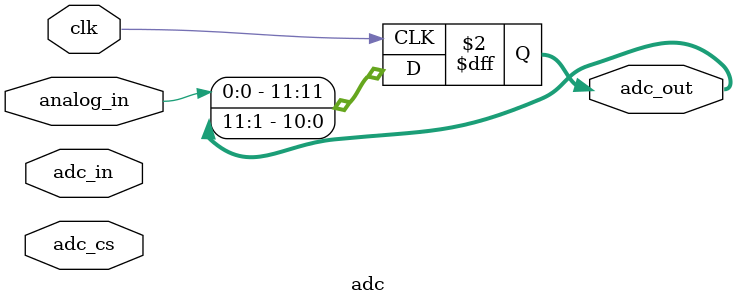
<source format=v>
module adc(analog_in, adc_in, clk, adc_cs, adc_out);
input clk;
input analog_in;
input adc_in;
input adc_cs;
output reg [11:0] adc_out;
// enes sanirim burda bunlari input olarak alip
// top levelde output gosterip oyle deger verecegiz
always @(negedge clk)
begin

adc_out <= {analog_in, adc_out[11:1]}; // serial to parallel

end
endmodule

</source>
